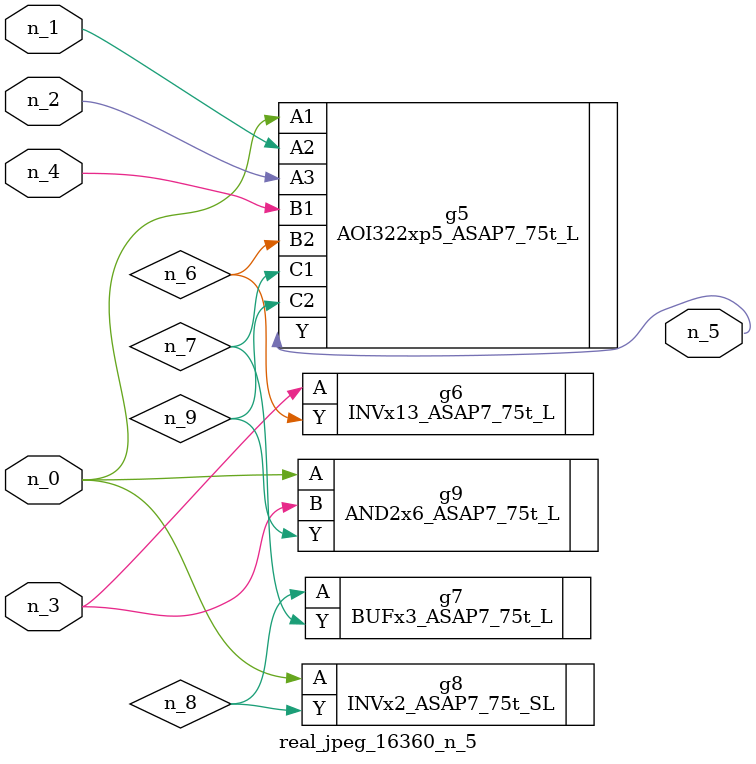
<source format=v>
module real_jpeg_16360_n_5 (n_4, n_0, n_1, n_2, n_3, n_5);

input n_4;
input n_0;
input n_1;
input n_2;
input n_3;

output n_5;

wire n_8;
wire n_6;
wire n_7;
wire n_9;

AOI322xp5_ASAP7_75t_L g5 ( 
.A1(n_0),
.A2(n_1),
.A3(n_2),
.B1(n_4),
.B2(n_6),
.C1(n_7),
.C2(n_9),
.Y(n_5)
);

INVx2_ASAP7_75t_SL g8 ( 
.A(n_0),
.Y(n_8)
);

AND2x6_ASAP7_75t_L g9 ( 
.A(n_0),
.B(n_3),
.Y(n_9)
);

INVx13_ASAP7_75t_L g6 ( 
.A(n_3),
.Y(n_6)
);

BUFx3_ASAP7_75t_L g7 ( 
.A(n_8),
.Y(n_7)
);


endmodule
</source>
